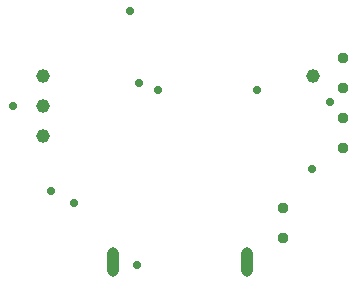
<source format=gbr>
%TF.GenerationSoftware,Altium Limited,Altium Designer,25.8.1 (18)*%
G04 Layer_Color=0*
%FSLAX45Y45*%
%MOMM*%
%TF.SameCoordinates,DBAD572D-54B9-4E5B-BD18-095DBB1A99D2*%
%TF.FilePolarity,Positive*%
%TF.FileFunction,Plated,1,2,PTH,Drill*%
%TF.Part,Single*%
G01*
G75*
%TA.AperFunction,ComponentDrill*%
%ADD93O,1.00000X2.50000*%
%ADD94C,0.95000*%
%ADD95C,0.95000*%
%ADD96C,1.15000*%
%ADD97C,1.15000*%
%TA.AperFunction,ViaDrill,NotFilled*%
%ADD98C,0.71120*%
D93*
X564401Y-1326801D02*
D03*
X-575601D02*
D03*
D94*
X1371600Y406400D02*
D03*
Y152400D02*
D03*
Y-101600D02*
D03*
Y-355600D02*
D03*
D95*
X863598Y-863602D02*
D03*
Y-1117602D02*
D03*
D96*
X-1168402Y-254002D02*
D03*
Y-2D02*
D03*
Y253998D02*
D03*
D97*
X1117600Y254000D02*
D03*
D98*
X-1422402Y-12D02*
D03*
X-1099822Y-723912D02*
D03*
X-373382Y-1351292D02*
D03*
X1115058Y-535952D02*
D03*
X1259838Y27928D02*
D03*
X647698Y129528D02*
D03*
X-190502D02*
D03*
X-353062Y195568D02*
D03*
X-431802Y805168D02*
D03*
X-904242Y-825512D02*
D03*
%TF.MD5,3848c4809cde2bd74b5b9e40254d6299*%
M02*

</source>
